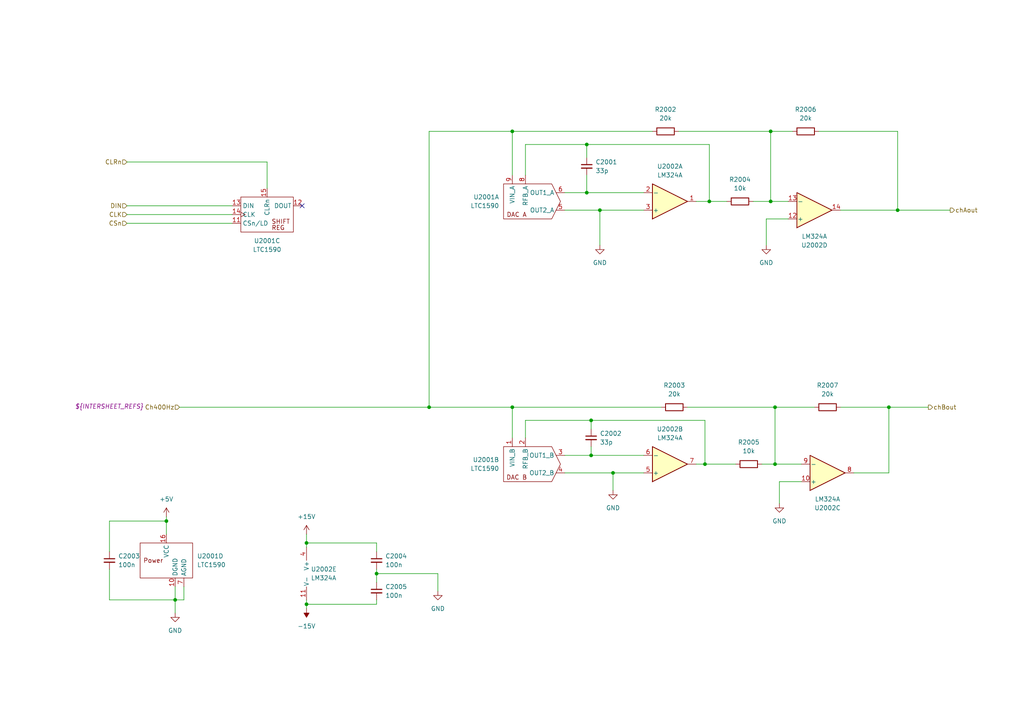
<source format=kicad_sch>
(kicad_sch (version 20231120) (generator "eeschema") (generator_version "8.0")
  (paper "A4")
  (lib_symbols
    (symbol "Amplifier_Operational:LM324A" (pin_names (offset 0.127))
      (property "Reference" "U" (at 0 5.08 0))
      (property "Value" "LM324A" (at 0 -5.08 0))
      (symbol "LM324A_1_1"
        (polyline (pts (xy -5.08 5.08) (xy 5.08 0) (xy -5.08 -5.08) (xy -5.08 5.08)) (stroke (width 0.254)) (fill (type background)))
        (pin output line (at 7.62 0 180) (length 2.54) (name "~") (number "1"))
        (pin input line (at -7.62 -2.54 0) (length 2.54) (name "-") (number "2"))
        (pin input line (at -7.62 2.54 0) (length 2.54) (name "+") (number "3"))
      )
      (symbol "LM324A_2_1"
        (polyline (pts (xy -5.08 5.08) (xy 5.08 0) (xy -5.08 -5.08) (xy -5.08 5.08)) (stroke (width 0.254)) (fill (type background)))
        (pin input line (at -7.62 2.54 0) (length 2.54) (name "+") (number "5"))
        (pin input line (at -7.62 -2.54 0) (length 2.54) (name "-") (number "6"))
        (pin output line (at 7.62 0 180) (length 2.54) (name "~") (number "7"))
      )
      (symbol "LM324A_3_1"
        (polyline (pts (xy -5.08 5.08) (xy 5.08 0) (xy -5.08 -5.08) (xy -5.08 5.08)) (stroke (width 0.254)) (fill (type background)))
        (pin input line (at -7.62 2.54 0) (length 2.54) (name "+") (number "10"))
        (pin output line (at 7.62 0 180) (length 2.54) (name "~") (number "8"))
        (pin input line (at -7.62 -2.54 0) (length 2.54) (name "-") (number "9"))
      )
      (symbol "LM324A_4_1"
        (polyline (pts (xy -5.08 5.08) (xy 5.08 0) (xy -5.08 -5.08) (xy -5.08 5.08)) (stroke (width 0.254)) (fill (type background)))
        (pin input line (at -7.62 2.54 0) (length 2.54) (name "+") (number "12"))
        (pin input line (at -7.62 -2.54 0) (length 2.54) (name "-") (number "13"))
        (pin output line (at 7.62 0 180) (length 2.54) (name "~") (number "14"))
      )
      (symbol "LM324A_5_1"
        (pin power_in line (at -2.54 -7.62 90) (length 3.81) (name "V-") (number "11"))
        (pin power_in line (at -2.54 7.62 270) (length 3.81) (name "V+") (number "4"))
      )
    )
    (symbol "Device:C_Small" (pin_numbers hide) (pin_names (offset 0.254) hide)
      (property "Reference" "C" (at 0.254 1.778 0))
      (property "Value" "C_Small" (at 0.254 -2.032 0))
      (symbol "C_Small_0_1"
        (polyline (pts (xy -1.524 -0.508) (xy 1.524 -0.508)) (stroke (width 0.3302)))
        (polyline (pts (xy -1.524 0.508) (xy 1.524 0.508)) (stroke (width 0.3048)))
      )
      (symbol "C_Small_1_1"
        (pin passive line (at 0 2.54 270) (length 2.032) (name "~") (number "1"))
        (pin passive line (at 0 -2.54 90) (length 2.032) (name "~") (number "2"))
      )
    )
    (symbol "Device:R" (pin_numbers hide) (pin_names (offset 0))
      (property "Reference" "R" (at 2.032 0 90))
      (property "Value" "R" (at 0 0 90))
      (symbol "R_0_1"
        (rectangle (start -1.016 -2.54) (end 1.016 2.54) (stroke (width 0.254)))
      )
      (symbol "R_1_1"
        (pin passive line (at 0 3.81 270) (length 1.27) (name "~") (number "1"))
        (pin passive line (at 0 -3.81 90) (length 1.27) (name "~") (number "2"))
      )
    )
    (symbol "power:+15V" (power) (pin_names (offset 0))
      (property "Value" "+15V" (at 0 3.556 0))
      (symbol "+15V_0_1"
        (polyline (pts (xy -0.762 1.27) (xy 0 2.54)))
        (polyline (pts (xy 0 0) (xy 0 2.54)))
        (polyline (pts (xy 0 2.54) (xy 0.762 1.27)))
      )
      (symbol "+15V_1_1"
        (pin power_in line (at 0 0 90) (length 0) hide (name "+15V") (number "1"))
      )
    )
    (symbol "power:+5V" (power) (pin_names (offset 0))
      (property "Value" "+5V" (at 0 3.556 0))
      (symbol "+5V_0_1"
        (polyline (pts (xy -0.762 1.27) (xy 0 2.54)))
        (polyline (pts (xy 0 0) (xy 0 2.54)))
        (polyline (pts (xy 0 2.54) (xy 0.762 1.27)))
      )
      (symbol "+5V_1_1"
        (pin power_in line (at 0 0 90) (length 0) hide (name "+5V") (number "1"))
      )
    )
    (symbol "power:-15V" (power) (pin_names (offset 0))
      (property "Value" "-15V" (at 0 3.81 0))
      (symbol "-15V_0_0"
        (pin power_in line (at 0 0 90) (length 0) hide (name "-15V") (number "1"))
      )
      (symbol "-15V_0_1"
        (polyline (pts (xy 0 0) (xy 0 1.27) (xy 0.762 1.27) (xy 0 2.54) (xy -0.762 1.27) (xy 0 1.27)) (fill (type outline)))
      )
    )
    (symbol "power:GND" (power) (pin_names (offset 0))
      (property "Value" "GND" (at 0 -3.81 0))
      (symbol "GND_0_1"
        (polyline (pts (xy 0 0) (xy 0 -1.27) (xy 1.27 -1.27) (xy 0 -2.54) (xy -1.27 -1.27) (xy 0 -1.27)))
      )
      (symbol "GND_1_1"
        (pin power_in line (at 0 0 270) (length 0) hide (name "GND") (number "1"))
      )
    )
    (symbol "z_mylib:LTC1590"
      (property "Reference" "U" (at 3.81 6.35 0))
      (property "Value" "LTC1590" (at -3.81 -6.35 0))
      (symbol "LTC1590_1_0"
        (text "DAC A" (at -5.08 -3.81 0) (effects (font (size 1.27 1.27))))
      )
      (symbol "LTC1590_1_1"
        (polyline (pts (xy -8.89 5.08) (xy -8.89 -5.08) (xy 5.08 -5.08) (xy 7.62 0) (xy 5.08 5.08) (xy -8.89 5.08)))
        (pin output line (at 8.89 -2.54 180) (length 2.54) (name "OUT2_A") (number "5"))
        (pin output line (at 8.89 2.54 180) (length 2.54) (name "OUT1_A") (number "6"))
        (pin input line (at -2.54 7.62 270) (length 2.54) (name "RFB_A") (number "8"))
        (pin input line (at -6.35 7.62 270) (length 2.54) (name "VIN_A") (number "9"))
      )
      (symbol "LTC1590_2_0"
        (text "DAC B" (at -5.08 -3.81 0) (effects (font (size 1.27 1.27))))
      )
      (symbol "LTC1590_2_1"
        (polyline (pts (xy -8.89 5.08) (xy -8.89 -5.08) (xy 5.08 -5.08) (xy 7.62 0) (xy 5.08 5.08) (xy -8.89 5.08)))
        (pin input line (at -6.35 7.62 270) (length 2.54) (name "VIN_B") (number "1"))
        (pin input line (at -2.54 7.62 270) (length 2.54) (name "RFB_B") (number "2"))
        (pin output line (at 8.89 2.54 180) (length 2.54) (name "OUT1_B") (number "3"))
        (pin output line (at 8.89 -2.54 180) (length 2.54) (name "OUT2_B") (number "4"))
      )
      (symbol "LTC1590_3_0"
        (rectangle (start -7.62 5.08) (end 7.62 -5.08))
        (text "REG" (at 1.27 -3.81 0) (effects (font (size 1.27 1.27)) (justify left)))
        (text "SHIFT" (at 1.27 -1.27 0) (effects (font (size 1.27 1.27)) (justify left top)))
      )
      (symbol "LTC1590_3_1"
        (pin input line (at -10.16 -2.54 0) (length 2.54) (name "CSn/LD") (number "11"))
        (pin output line (at 10.16 2.54 180) (length 2.54) (name "DOUT") (number "12"))
        (pin input line (at -10.16 2.54 0) (length 2.54) (name "DIN") (number "13"))
        (pin input clock (at -10.16 0 0) (length 2.54) (name "CLK") (number "14"))
        (pin input line (at 0 7.62 270) (length 2.54) (name "CLRn") (number "15"))
      )
      (symbol "LTC1590_4_0"
        (rectangle (start -7.62 -5.08) (end 7.62 5.08))
        (text "Power" (at -3.81 0 0) (effects (font (size 1.27 1.27))))
      )
      (symbol "LTC1590_4_1"
        (pin power_in line (at 2.54 -7.62 90) (length 2.54) (name "DGND") (number "10"))
        (pin power_in line (at 0 7.62 270) (length 2.54) (name "VCC") (number "16"))
        (pin power_in line (at 5.08 -7.62 90) (length 2.54) (name "AGND") (number "7"))
      )
    )
  )
  (junction (at 223.52 38.1))
  (junction (at 173.99 60.96))
  (junction (at 224.79 134.62))
  (junction (at 170.18 55.88))
  (junction (at 148.59 38.1))
  (junction (at 148.59 118.11))
  (junction (at 205.74 58.42))
  (junction (at 177.8 137.16))
  (junction (at 260.35 60.96))
  (junction (at 204.47 134.62))
  (junction (at 223.52 58.42))
  (junction (at 170.18 41.91))
  (junction (at 88.9 157.48))
  (junction (at 88.9 175.26))
  (junction (at 109.22 166.37))
  (junction (at 171.45 132.08))
  (junction (at 257.81 118.11))
  (junction (at 171.45 121.92))
  (junction (at 224.79 118.11))
  (junction (at 50.8 173.99))
  (junction (at 48.26 151.13))
  (junction (at 124.46 118.11))
  (no_connect (at 87.63 59.69))
  (wire (pts (xy 222.25 63.5) (xy 222.25 71.12)))
  (wire (pts (xy 224.79 118.11) (xy 199.39 118.11)))
  (wire (pts (xy 127 166.37) (xy 127 171.45)))
  (wire (pts (xy 223.52 38.1) (xy 223.52 58.42)))
  (wire (pts (xy 205.74 41.91) (xy 170.18 41.91)))
  (wire (pts (xy 204.47 121.92) (xy 171.45 121.92)))
  (wire (pts (xy 170.18 50.8) (xy 170.18 55.88)))
  (wire (pts (xy 77.47 54.61) (xy 77.47 46.99)))
  (wire (pts (xy 36.83 59.69) (xy 67.31 59.69)))
  (wire (pts (xy 189.23 38.1) (xy 148.59 38.1)))
  (wire (pts (xy 31.75 173.99) (xy 31.75 165.1)))
  (wire (pts (xy 48.26 149.86) (xy 48.26 151.13)))
  (wire (pts (xy 88.9 173.99) (xy 88.9 175.26)))
  (wire (pts (xy 247.65 137.16) (xy 257.81 137.16)))
  (wire (pts (xy 88.9 154.94) (xy 88.9 157.48)))
  (wire (pts (xy 88.9 175.26) (xy 88.9 176.53)))
  (wire (pts (xy 260.35 60.96) (xy 275.59 60.96)))
  (wire (pts (xy 196.85 38.1) (xy 223.52 38.1)))
  (wire (pts (xy 173.99 60.96) (xy 173.99 71.12)))
  (wire (pts (xy 124.46 118.11) (xy 124.46 38.1)))
  (wire (pts (xy 223.52 58.42) (xy 228.6 58.42)))
  (wire (pts (xy 201.93 58.42) (xy 205.74 58.42)))
  (wire (pts (xy 170.18 41.91) (xy 152.4 41.91)))
  (wire (pts (xy 243.84 60.96) (xy 260.35 60.96)))
  (wire (pts (xy 232.41 139.7) (xy 226.06 139.7)))
  (wire (pts (xy 177.8 137.16) (xy 177.8 142.24)))
  (wire (pts (xy 243.84 118.11) (xy 257.81 118.11)))
  (wire (pts (xy 204.47 134.62) (xy 213.36 134.62)))
  (wire (pts (xy 163.83 137.16) (xy 177.8 137.16)))
  (wire (pts (xy 163.83 55.88) (xy 170.18 55.88)))
  (wire (pts (xy 50.8 170.18) (xy 50.8 173.99)))
  (wire (pts (xy 224.79 134.62) (xy 232.41 134.62)))
  (wire (pts (xy 163.83 132.08) (xy 171.45 132.08)))
  (wire (pts (xy 171.45 132.08) (xy 186.69 132.08)))
  (wire (pts (xy 257.81 137.16) (xy 257.81 118.11)))
  (wire (pts (xy 124.46 118.11) (xy 148.59 118.11)))
  (wire (pts (xy 170.18 55.88) (xy 186.69 55.88)))
  (wire (pts (xy 109.22 173.99) (xy 109.22 175.26)))
  (wire (pts (xy 50.8 173.99) (xy 50.8 177.8)))
  (wire (pts (xy 257.81 118.11) (xy 269.24 118.11)))
  (wire (pts (xy 171.45 129.54) (xy 171.45 132.08)))
  (wire (pts (xy 48.26 151.13) (xy 31.75 151.13)))
  (wire (pts (xy 173.99 60.96) (xy 186.69 60.96)))
  (wire (pts (xy 171.45 121.92) (xy 152.4 121.92)))
  (wire (pts (xy 218.44 58.42) (xy 223.52 58.42)))
  (wire (pts (xy 36.83 64.77) (xy 67.31 64.77)))
  (wire (pts (xy 171.45 121.92) (xy 171.45 124.46)))
  (wire (pts (xy 148.59 118.11) (xy 148.59 127)))
  (wire (pts (xy 152.4 41.91) (xy 152.4 50.8)))
  (wire (pts (xy 109.22 166.37) (xy 127 166.37)))
  (wire (pts (xy 177.8 137.16) (xy 186.69 137.16)))
  (wire (pts (xy 48.26 151.13) (xy 48.26 154.94)))
  (wire (pts (xy 124.46 38.1) (xy 148.59 38.1)))
  (wire (pts (xy 170.18 41.91) (xy 170.18 45.72)))
  (wire (pts (xy 36.83 62.23) (xy 67.31 62.23)))
  (wire (pts (xy 228.6 63.5) (xy 222.25 63.5)))
  (wire (pts (xy 237.49 38.1) (xy 260.35 38.1)))
  (wire (pts (xy 88.9 157.48) (xy 109.22 157.48)))
  (wire (pts (xy 53.34 173.99) (xy 50.8 173.99)))
  (wire (pts (xy 148.59 118.11) (xy 191.77 118.11)))
  (wire (pts (xy 163.83 60.96) (xy 173.99 60.96)))
  (wire (pts (xy 226.06 139.7) (xy 226.06 146.05)))
  (wire (pts (xy 53.34 170.18) (xy 53.34 173.99)))
  (wire (pts (xy 204.47 134.62) (xy 204.47 121.92)))
  (wire (pts (xy 36.83 46.99) (xy 77.47 46.99)))
  (wire (pts (xy 88.9 157.48) (xy 88.9 158.75)))
  (wire (pts (xy 220.98 134.62) (xy 224.79 134.62)))
  (wire (pts (xy 109.22 175.26) (xy 88.9 175.26)))
  (wire (pts (xy 224.79 134.62) (xy 224.79 118.11)))
  (wire (pts (xy 205.74 58.42) (xy 205.74 41.91)))
  (wire (pts (xy 224.79 118.11) (xy 236.22 118.11)))
  (wire (pts (xy 31.75 151.13) (xy 31.75 160.02)))
  (wire (pts (xy 50.8 173.99) (xy 31.75 173.99)))
  (wire (pts (xy 205.74 58.42) (xy 210.82 58.42)))
  (wire (pts (xy 223.52 38.1) (xy 229.87 38.1)))
  (wire (pts (xy 152.4 121.92) (xy 152.4 127)))
  (wire (pts (xy 148.59 38.1) (xy 148.59 50.8)))
  (wire (pts (xy 109.22 157.48) (xy 109.22 160.02)))
  (wire (pts (xy 109.22 165.1) (xy 109.22 166.37)))
  (wire (pts (xy 201.93 134.62) (xy 204.47 134.62)))
  (wire (pts (xy 260.35 38.1) (xy 260.35 60.96)))
  (wire (pts (xy 52.07 118.11) (xy 124.46 118.11)))
  (wire (pts (xy 109.22 166.37) (xy 109.22 168.91)))
  (hierarchical_label "chBout" (shape output) (at 269.24 118.11 0))
  (hierarchical_label "chAout" (shape output) (at 275.59 60.96 0))
  (hierarchical_label "Ch400Hz" (shape input) (at 52.07 118.11 180) (property "Intersheetrefs" "${INTERSHEET_REFS}" (at 41.656 118.618 0) (effects (font (italic yes)) (justify right bottom))))
  (hierarchical_label "CLRn" (shape input) (at 36.83 46.99 180))
  (hierarchical_label "CSn" (shape input) (at 36.83 64.77 180))
  (hierarchical_label "CLK" (shape input) (at 36.83 62.23 180))
  (hierarchical_label "DIN" (shape input) (at 36.83 59.69 180))
  (symbol (lib_id "Device:R") (at 240.03 118.11 90) (unit 1)
    (property "Reference" "R2007" (at 240.03 111.76 90))
    (property "Value" "20k" (at 240.03 114.3 90))
    (property "Footprint" "Resistor_SMD:R_0805_2012Metric" (effects (hide yes)))
  )
  (symbol (lib_id "Amplifier_Operational:LM324A") (at 236.22 60.96 0) (mirror x) (unit 4)
    (property "Reference" "U2002" (at 236.22 71.12 0))
    (property "Value" "LM324A" (at 236.22 68.58 0))
    (property "Footprint" "Package_DIP:DIP-14_W7.62mm" (effects (hide yes)))
    (property "Datasheet" "http://www.ti.com/lit/ds/symlink/lm2902-n.pdf" (effects (hide yes)))
  )
  (symbol (lib_id "power:GND") (at 173.99 71.12 0) (unit 1)
    (property "Reference" "#PWR0103" (effects (hide yes)))
    (property "Value" "GND" (at 173.99 76.2 0))
  )
  (symbol (lib_id "Amplifier_Operational:LM324A") (at 240.03 137.16 0) (mirror x) (unit 3)
    (property "Reference" "U2002" (at 240.03 147.32 0))
    (property "Value" "LM324A" (at 240.03 144.78 0))
    (property "Footprint" "Package_DIP:DIP-14_W7.62mm" (effects (hide yes)))
    (property "Datasheet" "http://www.ti.com/lit/ds/symlink/lm2902-n.pdf" (effects (hide yes)))
  )
  (symbol (lib_id "power:GND") (at 226.06 146.05 0) (unit 1)
    (property "Reference" "#PWR0106" (effects (hide yes)))
    (property "Value" "GND" (at 226.06 151.13 0))
  )
  (symbol (lib_id "Device:R") (at 214.63 58.42 90) (unit 1)
    (property "Reference" "R2004" (at 214.63 52.07 90))
    (property "Value" "10k" (at 214.63 54.61 90))
    (property "Footprint" "Resistor_SMD:R_0805_2012Metric" (effects (hide yes)))
  )
  (symbol (lib_id "Amplifier_Operational:LM324A") (at 194.31 134.62 0) (mirror x) (unit 2)
    (property "Reference" "U2002" (at 194.31 124.46 0))
    (property "Value" "LM324A" (at 194.31 127 0))
    (property "Footprint" "Package_DIP:DIP-14_W7.62mm" (effects (hide yes)))
    (property "Datasheet" "http://www.ti.com/lit/ds/symlink/lm2902-n.pdf" (effects (hide yes)))
  )
  (symbol (lib_id "power:+15V") (at 88.9 154.94 0) (unit 1)
    (property "Reference" "#PWR0110" (effects (hide yes)))
    (property "Value" "+15V" (at 88.9 149.86 0))
  )
  (symbol (lib_id "Device:R") (at 217.17 134.62 90) (unit 1)
    (property "Reference" "R2005" (at 217.17 128.27 90))
    (property "Value" "10k" (at 217.17 130.81 90))
    (property "Footprint" "Resistor_SMD:R_0805_2012Metric" (effects (hide yes)))
  )
  (symbol (lib_id "Amplifier_Operational:LM324A") (at 194.31 58.42 0) (mirror x) (unit 1)
    (property "Reference" "U2002" (at 194.31 48.26 0))
    (property "Value" "LM324A" (at 194.31 50.8 0))
    (property "Footprint" "Package_DIP:DIP-14_W7.62mm" (effects (hide yes)))
    (property "Datasheet" "http://www.ti.com/lit/ds/symlink/lm2902-n.pdf" (effects (hide yes)))
  )
  (symbol (lib_id "Device:C_Small") (at 31.75 162.56 0) (unit 1)
    (property "Reference" "C2003" (at 34.29 161.2962 0) (effects (justify left)))
    (property "Value" "100n" (at 34.29 163.8362 0) (effects (justify left)))
    (property "Footprint" "Capacitor_SMD:C_0805_2012Metric" (effects (hide yes)))
  )
  (symbol (lib_id "Device:R") (at 193.04 38.1 90) (unit 1)
    (property "Reference" "R2002" (at 193.04 31.75 90))
    (property "Value" "20k" (at 193.04 34.29 90))
    (property "Footprint" "Resistor_SMD:R_0805_2012Metric" (effects (hide yes)))
  )
  (symbol (lib_id "Device:C_Small") (at 170.18 48.26 0) (unit 1)
    (property "Reference" "C2001" (at 172.72 46.9962 0) (effects (justify left)))
    (property "Value" "33p" (at 172.72 49.5362 0) (effects (justify left)))
    (property "Footprint" "Capacitor_SMD:C_0805_2012Metric" (effects (hide yes)))
  )
  (symbol (lib_id "Device:R") (at 233.68 38.1 90) (unit 1)
    (property "Reference" "R2006" (at 233.68 31.75 90))
    (property "Value" "20k" (at 233.68 34.29 90))
    (property "Footprint" "Resistor_SMD:R_0805_2012Metric" (effects (hide yes)))
  )
  (symbol (lib_id "power:GND") (at 177.8 142.24 0) (unit 1)
    (property "Reference" "#PWR0107" (effects (hide yes)))
    (property "Value" "GND" (at 177.8 147.32 0))
  )
  (symbol (lib_id "Device:R") (at 195.58 118.11 90) (unit 1)
    (property "Reference" "R2003" (at 195.58 111.76 90))
    (property "Value" "20k" (at 195.58 114.3 90))
    (property "Footprint" "Resistor_SMD:R_0805_2012Metric" (effects (hide yes)))
  )
  (symbol (lib_id "power:GND") (at 222.25 71.12 0) (unit 1)
    (property "Reference" "#PWR0104" (effects (hide yes)))
    (property "Value" "GND" (at 222.25 76.2 0))
  )
  (symbol (lib_id "z_mylib:LTC1590") (at 77.47 62.23 0) (unit 3)
    (property "Reference" "U2001" (at 77.47 69.85 0))
    (property "Value" "LTC1590" (at 77.47 72.39 0))
    (property "Footprint" "Package_DIP:DIP-16_W7.62mm" (effects (hide yes)))
  )
  (symbol (lib_id "z_mylib:LTC1590") (at 48.26 162.56 0) (unit 4)
    (property "Reference" "U2001" (at 57.15 161.2899 0) (effects (justify left)))
    (property "Value" "LTC1590" (at 57.15 163.8299 0) (effects (justify left)))
    (property "Footprint" "Package_DIP:DIP-16_W7.62mm" (effects (hide yes)))
  )
  (symbol (lib_id "power:GND") (at 127 171.45 0) (unit 1)
    (property "Reference" "#PWR02001" (effects (hide yes)))
    (property "Value" "GND" (at 127 176.53 0))
  )
  (symbol (lib_id "Amplifier_Operational:LM324A") (at 91.44 166.37 0) (unit 5)
    (property "Reference" "U2002" (at 90.17 165.0999 0) (effects (justify left)))
    (property "Value" "LM324A" (at 90.17 167.6399 0) (effects (justify left)))
    (property "Footprint" "Package_DIP:DIP-14_W7.62mm" (effects (hide yes)))
    (property "Datasheet" "http://www.ti.com/lit/ds/symlink/lm2902-n.pdf" (effects (hide yes)))
  )
  (symbol (lib_id "power:+5V") (at 48.26 149.86 0) (unit 1)
    (property "Reference" "#PWR0109" (effects (hide yes)))
    (property "Value" "+5V" (at 48.26 144.78 0))
  )
  (symbol (lib_id "z_mylib:LTC1590") (at 154.94 134.62 0) (unit 2)
    (property "Reference" "U2001" (at 144.78 133.3499 0) (effects (justify right)))
    (property "Value" "LTC1590" (at 144.78 135.8899 0) (effects (justify right)))
    (property "Footprint" "Package_DIP:DIP-16_W7.62mm" (effects (hide yes)))
  )
  (symbol (lib_id "power:-15V") (at 88.9 176.53 180) (unit 1)
    (property "Reference" "#PWR0111" (effects (hide yes)))
    (property "Value" "-15V" (at 88.9 181.61 0))
  )
  (symbol (lib_id "power:GND") (at 50.8 177.8 0) (unit 1)
    (property "Reference" "#PWR0108" (effects (hide yes)))
    (property "Value" "GND" (at 50.8 182.88 0))
  )
  (symbol (lib_id "z_mylib:LTC1590") (at 154.94 58.42 0) (unit 1)
    (property "Reference" "U2001" (at 144.78 57.1499 0) (effects (justify right)))
    (property "Value" "LTC1590" (at 144.78 59.6899 0) (effects (justify right)))
    (property "Footprint" "Package_DIP:DIP-16_W7.62mm" (effects (hide yes)))
  )
  (symbol (lib_id "Device:C_Small") (at 109.22 171.45 0) (unit 1)
    (property "Reference" "C2005" (at 111.76 170.1862 0) (effects (justify left)))
    (property "Value" "100n" (at 111.76 172.7262 0) (effects (justify left)))
    (property "Footprint" "Capacitor_SMD:C_0805_2012Metric" (effects (hide yes)))
  )
  (symbol (lib_id "Device:C_Small") (at 109.22 162.56 0) (unit 1)
    (property "Reference" "C2004" (at 111.76 161.2962 0) (effects (justify left)))
    (property "Value" "100n" (at 111.76 163.8362 0) (effects (justify left)))
    (property "Footprint" "Capacitor_SMD:C_0805_2012Metric" (effects (hide yes)))
  )
  (symbol (lib_id "Device:C_Small") (at 171.45 127 0) (unit 1)
    (property "Reference" "C2002" (at 173.99 125.7362 0) (effects (justify left)))
    (property "Value" "33p" (at 173.99 128.2762 0) (effects (justify left)))
    (property "Footprint" "Capacitor_SMD:C_0805_2012Metric" (effects (hide yes)))
  )
)
</source>
